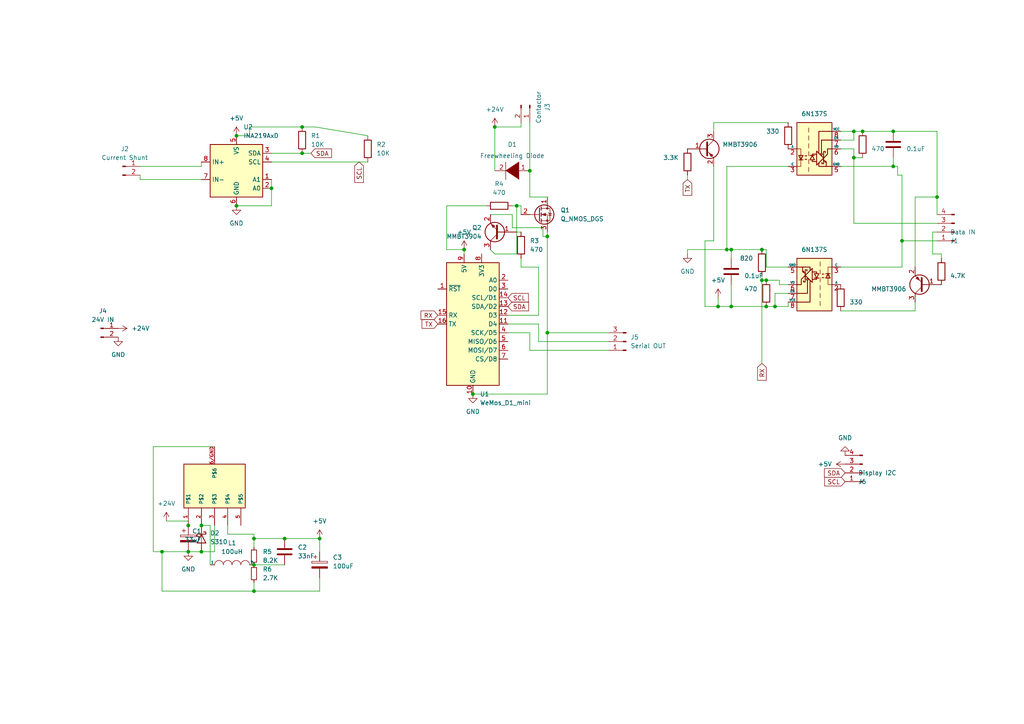
<source format=kicad_sch>
(kicad_sch (version 20211123) (generator eeschema)
  (paper "A4")
  (lib_symbols
    (symbol "Analog_ADC:INA219AxD"
      (property "Reference" "U" (at -6.35 8.89 0))
      (property "Value" "INA219AxD" (at 5.08 8.89 0))
      (symbol "INA219AxD_0_1"
        (rectangle (start -7.62 7.62) (end 7.62 -7.62) (stroke (width 0.254)) (fill (type background)))
      )
      (symbol "INA219AxD_1_1"
        (pin input line (at 10.16 -2.54 180) (length 2.54) (name "A1") (number "1"))
        (pin input line (at 10.16 -5.08 180) (length 2.54) (name "A0") (number "2"))
        (pin bidirectional line (at 10.16 5.08 180) (length 2.54) (name "SDA") (number "3"))
        (pin input line (at 10.16 2.54 180) (length 2.54) (name "SCL") (number "4"))
        (pin power_in line (at 0 10.16 270) (length 2.54) (name "VS") (number "5"))
        (pin power_in line (at 0 -10.16 90) (length 2.54) (name "GND") (number "6"))
        (pin input line (at -10.16 -2.54 0) (length 2.54) (name "IN-") (number "7"))
        (pin input line (at -10.16 2.54 0) (length 2.54) (name "IN+") (number "8"))
      )
    )
    (symbol "Connector:Conn_01x02_Male" (pin_names (offset 1.016) hide)
      (property "Reference" "J" (at 0 2.54 0))
      (property "Value" "Conn_01x02_Male" (at 0 -5.08 0))
      (symbol "Conn_01x02_Male_1_1"
        (polyline (pts (xy 1.27 -2.54) (xy 0.8636 -2.54)) (stroke (width 0.1524)))
        (polyline (pts (xy 1.27 0) (xy 0.8636 0)) (stroke (width 0.1524)))
        (rectangle (start 0.8636 -2.413) (end 0 -2.667) (stroke (width 0.1524)) (fill (type outline)))
        (rectangle (start 0.8636 0.127) (end 0 -0.127) (stroke (width 0.1524)) (fill (type outline)))
        (pin passive line (at 5.08 0 180) (length 3.81) (name "Pin_1") (number "1"))
        (pin passive line (at 5.08 -2.54 180) (length 3.81) (name "Pin_2") (number "2"))
      )
    )
    (symbol "Connector:Conn_01x03_Male" (pin_names (offset 1.016) hide)
      (property "Reference" "J" (at 0 5.08 0))
      (property "Value" "Conn_01x03_Male" (at 0 -5.08 0))
      (symbol "Conn_01x03_Male_1_1"
        (polyline (pts (xy 1.27 -2.54) (xy 0.8636 -2.54)) (stroke (width 0.1524)))
        (polyline (pts (xy 1.27 0) (xy 0.8636 0)) (stroke (width 0.1524)))
        (polyline (pts (xy 1.27 2.54) (xy 0.8636 2.54)) (stroke (width 0.1524)))
        (rectangle (start 0.8636 -2.413) (end 0 -2.667) (stroke (width 0.1524)) (fill (type outline)))
        (rectangle (start 0.8636 0.127) (end 0 -0.127) (stroke (width 0.1524)) (fill (type outline)))
        (rectangle (start 0.8636 2.667) (end 0 2.413) (stroke (width 0.1524)) (fill (type outline)))
        (pin passive line (at 5.08 2.54 180) (length 3.81) (name "Pin_1") (number "1"))
        (pin passive line (at 5.08 0 180) (length 3.81) (name "Pin_2") (number "2"))
        (pin passive line (at 5.08 -2.54 180) (length 3.81) (name "Pin_3") (number "3"))
      )
    )
    (symbol "Connector:Conn_01x04_Male" (pin_names (offset 1.016) hide)
      (property "Reference" "J4" (at 1.27 2.5401 0))
      (property "Value" "Data IN" (at 1.27 0.0001 0))
      (symbol "Conn_01x04_Male_1_1"
        (polyline (pts (xy 1.27 -5.08) (xy 0.8636 -5.08)) (stroke (width 0.1524)))
        (polyline (pts (xy 1.27 -2.54) (xy 0.8636 -2.54)) (stroke (width 0.1524)))
        (polyline (pts (xy 1.27 0) (xy 0.8636 0)) (stroke (width 0.1524)))
        (polyline (pts (xy 1.27 2.54) (xy 0.8636 2.54)) (stroke (width 0.1524)))
        (rectangle (start 0.8636 -4.953) (end 0 -5.207) (stroke (width 0.1524)) (fill (type outline)))
        (rectangle (start 0.8636 -2.413) (end 0 -2.667) (stroke (width 0.1524)) (fill (type outline)))
        (rectangle (start 0.8636 0.127) (end 0 -0.127) (stroke (width 0.1524)) (fill (type outline)))
        (rectangle (start 0.8636 2.667) (end 0 2.413) (stroke (width 0.1524)) (fill (type outline)))
        (pin passive line (at 5.08 2.54 180) (length 3.81) (name "VCC") (number "1"))
        (pin passive line (at 5.08 0 180) (length 3.81) (name "Pin_2") (number "2"))
        (pin passive line (at 5.08 -2.54 180) (length 3.81) (name "Pin_3") (number "3"))
        (pin passive line (at 5.08 -5.08 180) (length 3.81) (name "GND") (number "4"))
      )
    )
    (symbol "Device:C" (pin_numbers hide) (pin_names (offset 0.254))
      (property "Reference" "C" (at 0.635 2.54 0))
      (property "Value" "C" (at 0.635 -2.54 0))
      (symbol "C_0_1"
        (polyline (pts (xy -2.032 -0.762) (xy 2.032 -0.762)) (stroke (width 0.508)))
        (polyline (pts (xy -2.032 0.762) (xy 2.032 0.762)) (stroke (width 0.508)))
      )
      (symbol "C_1_1"
        (pin passive line (at 0 3.81 270) (length 2.794) (name "~") (number "1"))
        (pin passive line (at 0 -3.81 90) (length 2.794) (name "~") (number "2"))
      )
    )
    (symbol "Device:C_Polarized" (pin_numbers hide) (pin_names (offset 0.254))
      (property "Reference" "C" (at 0.635 2.54 0))
      (property "Value" "C_Polarized" (at 0.635 -2.54 0))
      (symbol "C_Polarized_0_1"
        (rectangle (start -2.286 0.508) (end 2.286 1.016))
        (polyline (pts (xy -1.778 2.286) (xy -0.762 2.286)))
        (polyline (pts (xy -1.27 2.794) (xy -1.27 1.778)))
        (rectangle (start 2.286 -0.508) (end -2.286 -1.016) (fill (type outline)))
      )
      (symbol "C_Polarized_1_1"
        (pin passive line (at 0 3.81 270) (length 2.794) (name "~") (number "1"))
        (pin passive line (at 0 -3.81 90) (length 2.794) (name "~") (number "2"))
      )
    )
    (symbol "Device:D_Schottky" (pin_numbers hide) (pin_names (offset 1.016) hide)
      (property "Reference" "D" (at 0 2.54 0))
      (property "Value" "D_Schottky" (at 0 -2.54 0))
      (symbol "D_Schottky_0_1"
        (polyline (pts (xy 1.27 0) (xy -1.27 0)))
        (polyline (pts (xy 1.27 1.27) (xy 1.27 -1.27) (xy -1.27 0) (xy 1.27 1.27)) (stroke (width 0.254)))
        (polyline (pts (xy -1.905 0.635) (xy -1.905 1.27) (xy -1.27 1.27) (xy -1.27 -1.27) (xy -0.635 -1.27) (xy -0.635 -0.635)) (stroke (width 0.254)))
      )
      (symbol "D_Schottky_1_1"
        (pin passive line (at -3.81 0 0) (length 2.54) (name "K") (number "1"))
        (pin passive line (at 3.81 0 180) (length 2.54) (name "A") (number "2"))
      )
    )
    (symbol "Device:Q_NMOS_DGS" (pin_names (offset 0) hide)
      (property "Reference" "Q" (at 5.08 1.27 0))
      (property "Value" "Q_NMOS_DGS" (at 5.08 -1.27 0))
      (symbol "Q_NMOS_DGS_0_1"
        (polyline (pts (xy 0.254 0) (xy -2.54 0)))
        (polyline (pts (xy 0.254 1.905) (xy 0.254 -1.905)) (stroke (width 0.254)))
        (polyline (pts (xy 0.762 -1.27) (xy 0.762 -2.286)) (stroke (width 0.254)))
        (polyline (pts (xy 0.762 0.508) (xy 0.762 -0.508)) (stroke (width 0.254)))
        (polyline (pts (xy 0.762 2.286) (xy 0.762 1.27)) (stroke (width 0.254)))
        (polyline (pts (xy 2.54 2.54) (xy 2.54 1.778)))
        (polyline (pts (xy 2.54 -2.54) (xy 2.54 0) (xy 0.762 0)))
        (polyline (pts (xy 0.762 -1.778) (xy 3.302 -1.778) (xy 3.302 1.778) (xy 0.762 1.778)))
        (polyline (pts (xy 1.016 0) (xy 2.032 0.381) (xy 2.032 -0.381) (xy 1.016 0)) (fill (type outline)))
        (polyline (pts (xy 2.794 0.508) (xy 2.921 0.381) (xy 3.683 0.381) (xy 3.81 0.254)))
        (polyline (pts (xy 3.302 0.381) (xy 2.921 -0.254) (xy 3.683 -0.254) (xy 3.302 0.381)))
        (circle (center 1.651 0) (radius 2.794) (stroke (width 0.254)))
        (circle (center 2.54 -1.778) (radius 0.254) (fill (type outline)))
        (circle (center 2.54 1.778) (radius 0.254) (fill (type outline)))
      )
      (symbol "Q_NMOS_DGS_1_1"
        (pin passive line (at 2.54 5.08 270) (length 2.54) (name "D") (number "1"))
        (pin input line (at -5.08 0 0) (length 2.54) (name "G") (number "2"))
        (pin passive line (at 2.54 -5.08 90) (length 2.54) (name "S") (number "3"))
      )
    )
    (symbol "Device:R" (pin_numbers hide) (pin_names (offset 0))
      (property "Reference" "R" (at 2.032 0 90))
      (property "Value" "R" (at 0 0 90))
      (symbol "R_0_1"
        (rectangle (start -1.016 -2.54) (end 1.016 2.54) (stroke (width 0.254)))
      )
      (symbol "R_1_1"
        (pin passive line (at 0 3.81 270) (length 1.27) (name "~") (number "1"))
        (pin passive line (at 0 -3.81 90) (length 1.27) (name "~") (number "2"))
      )
    )
    (symbol "Device:R_Small" (pin_numbers hide) (pin_names (offset 0.254) hide)
      (property "Reference" "R" (at 0.762 0.508 0))
      (property "Value" "R_Small" (at 0.762 -1.016 0))
      (symbol "R_Small_0_1"
        (rectangle (start -0.762 1.778) (end 0.762 -1.778) (stroke (width 0.2032)))
      )
      (symbol "R_Small_1_1"
        (pin passive line (at 0 2.54 270) (length 0.762) (name "~") (number "1"))
        (pin passive line (at 0 -2.54 90) (length 0.762) (name "~") (number "2"))
      )
    )
    (symbol "Isolator:6N137" (pin_names (offset 0))
      (property "Reference" "U" (at -4.064 8.89 0))
      (property "Value" "6N137" (at 0 -8.89 0))
      (symbol "6N137_0_1"
        (polyline (pts (xy 2.667 -3.556) (xy 2.667 -1.651)) (stroke (width 0.254)))
        (polyline (pts (xy 2.667 -2.159) (xy 2.667 -2.921)) (stroke (width 0.254)))
        (polyline (pts (xy 3.429 -3.937) (xy 3.429 -5.08)) (stroke (width 0.254)))
        (polyline (pts (xy -0.635 -3.302) (xy -0.635 -3.683) (xy 0.635 -3.683)) (stroke (width 0.254)))
        (polyline (pts (xy -0.635 -1.905) (xy -0.635 -1.524) (xy 0.508 -1.524)) (stroke (width 0.254)))
        (polyline (pts (xy 1.27 -4.064) (xy 1.27 -5.08) (xy 5.08 -5.08)) (stroke (width 0.254)))
        (polyline (pts (xy 1.27 -1.27) (xy 1.27 5.08) (xy 5.08 5.08)) (stroke (width 0.254)))
        (polyline (pts (xy 2.032 -1.27) (xy 2.032 2.54) (xy 5.08 2.54)) (stroke (width 0.254)))
        (polyline (pts (xy -5.08 -5.08) (xy -3.937 -5.08) (xy -3.937 0) (xy -5.08 0)))
        (polyline (pts (xy 2.667 -3.302) (xy 2.667 -4.318) (xy 2.159 -4.318) (xy 2.159 -3.937)) (stroke (width 0.254)))
        (polyline (pts (xy 2.667 -2.667) (xy 0.635 -4.699) (xy 0.635 -0.635) (xy 2.667 -2.667)) (stroke (width 0.254)))
        (polyline (pts (xy 2.667 -1.778) (xy 2.667 -0.762) (xy 3.175 -0.762) (xy 3.175 -1.143)) (stroke (width 0.254)))
        (polyline (pts (xy 2.794 -2.54) (xy 3.81 -1.524) (xy 3.81 0) (xy 5.08 0)) (stroke (width 0.254)))
        (polyline (pts (xy 2.667 -3.175) (xy 3.429 -3.937) (xy 3.302 -3.556) (xy 3.048 -3.81) (xy 3.429 -3.937)) (stroke (width 0.254)))
        (circle (center 2.032 -1.524) (radius 0.254) (stroke (width 0.254)))
      )
      (symbol "6N137_1_1"
        (rectangle (start -5.08 7.62) (end 5.08 -7.62) (stroke (width 0.254)) (fill (type background)))
        (polyline (pts (xy -4.572 -3.175) (xy -3.302 -3.175)) (stroke (width 0.254)))
        (polyline (pts (xy -1.651 -5.334) (xy -1.651 -6.604)))
        (polyline (pts (xy -1.651 -3.048) (xy -1.651 -4.318)))
        (polyline (pts (xy -1.651 -0.762) (xy -1.651 -2.032)))
        (polyline (pts (xy -1.651 1.524) (xy -1.651 0.254)))
        (polyline (pts (xy -1.651 3.81) (xy -1.651 2.54)))
        (polyline (pts (xy -1.651 6.096) (xy -1.651 4.826)))
        (polyline (pts (xy -1.27 -1.905) (xy 0 -1.905)) (stroke (width 0.254)))
        (polyline (pts (xy -3.937 -3.175) (xy -4.572 -1.905) (xy -3.302 -1.905) (xy -3.937 -3.175)) (stroke (width 0.254)))
        (polyline (pts (xy -0.635 -1.905) (xy -1.27 -3.175) (xy 0 -3.175) (xy -0.635 -1.905)) (stroke (width 0.254)))
        (polyline (pts (xy -2.921 -3.048) (xy -2.159 -3.048) (xy -2.54 -3.175) (xy -2.54 -2.921) (xy -2.159 -3.048)) (stroke (width 0.127)))
        (polyline (pts (xy -2.921 -2.032) (xy -2.159 -2.032) (xy -2.54 -2.159) (xy -2.54 -1.905) (xy -2.159 -2.032)) (stroke (width 0.127)))
        (pin no_connect line (at -5.08 5.08 0) (length 2.54) hide (name "NC") (number "1"))
        (pin passive line (at -7.62 0 0) (length 2.54) (name "A") (number "2"))
        (pin passive line (at -7.62 -5.08 0) (length 2.54) (name "C") (number "3"))
        (pin power_in line (at 7.62 -5.08 180) (length 2.54) (name "GND") (number "5"))
        (pin open_collector line (at 7.62 0 180) (length 2.54) (name "VO") (number "6"))
        (pin input line (at 7.62 2.54 180) (length 2.54) (name "EN") (number "7"))
        (pin power_in line (at 7.62 5.08 180) (length 2.54) (name "VCC") (number "8"))
      )
    )
    (symbol "MCU_Module:WeMos_D1_mini"
      (property "Reference" "U" (at 3.81 19.05 0))
      (property "Value" "WeMos_D1_mini" (at 1.27 -19.05 0))
      (symbol "WeMos_D1_mini_1_1"
        (rectangle (start -7.62 17.78) (end 7.62 -17.78) (stroke (width 0.254)) (fill (type background)))
        (pin input line (at -10.16 10.16 0) (length 2.54) (name "~{RST}") (number "1"))
        (pin power_in line (at 0 -20.32 90) (length 2.54) (name "GND") (number "10"))
        (pin bidirectional line (at 10.16 0 180) (length 2.54) (name "D4") (number "11"))
        (pin bidirectional line (at 10.16 2.54 180) (length 2.54) (name "D3") (number "12"))
        (pin bidirectional line (at 10.16 5.08 180) (length 2.54) (name "SDA/D2") (number "13"))
        (pin bidirectional line (at 10.16 7.62 180) (length 2.54) (name "SCL/D1") (number "14"))
        (pin input line (at -10.16 2.54 0) (length 2.54) (name "RX") (number "15"))
        (pin output line (at -10.16 0 0) (length 2.54) (name "TX") (number "16"))
        (pin input line (at 10.16 12.7 180) (length 2.54) (name "A0") (number "2"))
        (pin bidirectional line (at 10.16 10.16 180) (length 2.54) (name "D0") (number "3"))
        (pin bidirectional line (at 10.16 -2.54 180) (length 2.54) (name "SCK/D5") (number "4"))
        (pin bidirectional line (at 10.16 -5.08 180) (length 2.54) (name "MISO/D6") (number "5"))
        (pin bidirectional line (at 10.16 -7.62 180) (length 2.54) (name "MOSI/D7") (number "6"))
        (pin bidirectional line (at 10.16 -10.16 180) (length 2.54) (name "CS/D8") (number "7"))
        (pin power_out line (at 2.54 20.32 270) (length 2.54) (name "3V3") (number "8"))
        (pin power_in line (at -2.54 20.32 270) (length 2.54) (name "5V") (number "9"))
      )
    )
    (symbol "Transistor_BJT:MMBT3904" (pin_names (offset 0) hide)
      (property "Reference" "Q" (at 5.08 1.905 0))
      (property "Value" "MMBT3904" (at 5.08 0 0))
      (symbol "MMBT3904_0_1"
        (polyline (pts (xy 0.635 0.635) (xy 2.54 2.54)))
        (polyline (pts (xy 0.635 -0.635) (xy 2.54 -2.54) (xy 2.54 -2.54)))
        (polyline (pts (xy 0.635 1.905) (xy 0.635 -1.905) (xy 0.635 -1.905)) (stroke (width 0.508)))
        (polyline (pts (xy 1.27 -1.778) (xy 1.778 -1.27) (xy 2.286 -2.286) (xy 1.27 -1.778) (xy 1.27 -1.778)) (fill (type outline)))
        (circle (center 1.27 0) (radius 2.8194) (stroke (width 0.254)))
      )
      (symbol "MMBT3904_1_1"
        (pin input line (at -5.08 0 0) (length 5.715) (name "B") (number "1"))
        (pin passive line (at 2.54 -5.08 90) (length 2.54) (name "E") (number "2"))
        (pin passive line (at 2.54 5.08 270) (length 2.54) (name "C") (number "3"))
      )
    )
    (symbol "Transistor_BJT:MMBT3906" (pin_names (offset 0) hide)
      (property "Reference" "Q" (at 5.08 1.905 0))
      (property "Value" "MMBT3906" (at 5.08 0 0))
      (symbol "MMBT3906_0_1"
        (polyline (pts (xy 0.635 0.635) (xy 2.54 2.54)))
        (polyline (pts (xy 0.635 -0.635) (xy 2.54 -2.54) (xy 2.54 -2.54)))
        (polyline (pts (xy 0.635 1.905) (xy 0.635 -1.905) (xy 0.635 -1.905)) (stroke (width 0.508)))
        (polyline (pts (xy 2.286 -1.778) (xy 1.778 -2.286) (xy 1.27 -1.27) (xy 2.286 -1.778) (xy 2.286 -1.778)) (fill (type outline)))
        (circle (center 1.27 0) (radius 2.8194) (stroke (width 0.254)))
      )
      (symbol "MMBT3906_1_1"
        (pin input line (at -5.08 0 0) (length 5.715) (name "B") (number "1"))
        (pin passive line (at 2.54 -5.08 90) (length 2.54) (name "E") (number "2"))
        (pin passive line (at 2.54 5.08 270) (length 2.54) (name "C") (number "3"))
      )
    )
    (symbol "XL7015:XL7015" (pin_names (offset 1.016))
      (symbol "XL7015_0_0"
        (rectangle (start -8.89 -5.08) (end 8.89 7.62) (stroke (width 0.254)) (fill (type background)))
        (pin bidirectional line (at -7.62 -10.16 90) (length 5.08) (name "P$1") (number "1"))
        (pin bidirectional line (at -3.81 -10.16 90) (length 5.08) (name "P$2") (number "2"))
        (pin bidirectional line (at 0 -10.16 90) (length 5.08) (name "P$3") (number "3"))
        (pin bidirectional line (at 3.81 -10.16 90) (length 5.08) (name "P$4") (number "4"))
        (pin bidirectional line (at 7.62 -10.16 90) (length 5.08) (name "P$5") (number "5"))
        (pin bidirectional line (at 0 12.7 270) (length 5.08) (name "P$6") (number "6/GND"))
      )
    )
    (symbol "power:+24V" (power) (pin_names (offset 0))
      (property "Value" "+24V" (at 0 3.556 0))
      (symbol "+24V_0_1"
        (polyline (pts (xy -0.762 1.27) (xy 0 2.54)))
        (polyline (pts (xy 0 0) (xy 0 2.54)))
        (polyline (pts (xy 0 2.54) (xy 0.762 1.27)))
      )
      (symbol "+24V_1_1"
        (pin power_in line (at 0 0 90) (length 0) hide (name "+24V") (number "1"))
      )
    )
    (symbol "power:+5V" (power) (pin_names (offset 0))
      (property "Value" "+5V" (at 0 3.556 0))
      (symbol "+5V_0_1"
        (polyline (pts (xy -0.762 1.27) (xy 0 2.54)))
        (polyline (pts (xy 0 0) (xy 0 2.54)))
        (polyline (pts (xy 0 2.54) (xy 0.762 1.27)))
      )
      (symbol "+5V_1_1"
        (pin power_in line (at 0 0 90) (length 0) hide (name "+5V") (number "1"))
      )
    )
    (symbol "power:GND" (power) (pin_names (offset 0))
      (property "Value" "GND" (at 0 -3.81 0))
      (symbol "GND_0_1"
        (polyline (pts (xy 0 0) (xy 0 -1.27) (xy 1.27 -1.27) (xy 0 -2.54) (xy -1.27 -1.27) (xy 0 -1.27)))
      )
      (symbol "GND_1_1"
        (pin power_in line (at 0 0 270) (length 0) hide (name "GND") (number "1"))
      )
    )
    (symbol "pspice:DIODE" (pin_names (offset 1.016) hide)
      (property "Reference" "D" (at 0 3.81 0))
      (property "Value" "DIODE" (at 0 -4.445 0))
      (symbol "DIODE_0_1"
        (polyline (pts (xy 1.905 2.54) (xy 1.905 -2.54)))
        (polyline (pts (xy -1.905 2.54) (xy -1.905 -2.54) (xy 1.905 0)) (fill (type outline)))
      )
      (symbol "DIODE_1_1"
        (pin input line (at -5.08 0 0) (length 3.81) (name "K") (number "1"))
        (pin input line (at 5.08 0 180) (length 3.81) (name "A") (number "2"))
      )
    )
    (symbol "pspice:INDUCTOR" (pin_numbers hide) (pin_names (offset 0))
      (property "Reference" "L" (at 0 2.54 0))
      (property "Value" "INDUCTOR" (at 0 -1.27 0))
      (symbol "INDUCTOR_0_1"
        (arc (start -2.54 0) (mid -3.81 1.27) (end -5.08 0))
        (arc (start 0 0) (mid -1.27 1.27) (end -2.54 0))
        (arc (start 2.54 0) (mid 1.27 1.27) (end 0 0))
        (arc (start 5.08 0) (mid 3.81 1.27) (end 2.54 0))
      )
      (symbol "INDUCTOR_1_1"
        (pin input line (at -6.35 0 0) (length 1.27) (name "1") (number "1"))
        (pin input line (at 6.35 0 180) (length 1.27) (name "2") (number "2"))
      )
    )
  )
  (junction (at 54.61 160.02))
  (junction (at 224.79 88.9))
  (junction (at 271.78 57.15))
  (junction (at 137.16 114.3))
  (junction (at 220.98 72.39))
  (junction (at 54.61 152.4))
  (junction (at 92.71 156.21))
  (junction (at 87.63 44.45))
  (junction (at 259.08 48.26))
  (junction (at 210.82 72.39))
  (junction (at 149.86 59.69))
  (junction (at 158.75 68.58))
  (junction (at 250.19 38.1))
  (junction (at 212.09 72.39))
  (junction (at 261.62 69.85))
  (junction (at 73.66 163.83))
  (junction (at 73.66 156.21))
  (junction (at 247.65 45.72))
  (junction (at 46.99 160.02))
  (junction (at 87.63 36.83))
  (junction (at 78.74 54.61))
  (junction (at 68.58 59.69))
  (junction (at 208.28 88.9))
  (junction (at 58.42 152.4))
  (junction (at 222.25 81.28))
  (junction (at 143.51 36.83))
  (junction (at 220.98 81.28))
  (junction (at 82.55 156.21))
  (junction (at 259.08 38.1))
  (junction (at 222.25 88.9))
  (junction (at 153.67 49.53))
  (junction (at 158.75 96.52))
  (junction (at 212.09 88.9))
  (junction (at 247.65 38.1))
  (junction (at 68.58 39.37))
  (junction (at 73.66 171.45))
  (junction (at 58.42 160.02))
  (junction (at 134.62 72.39))
  (wire (pts (xy 54.61 160.02) (xy 58.42 160.02)))
  (wire (pts (xy 58.42 52.07) (xy 40.64 52.07)))
  (wire (pts (xy 48.26 151.13) (xy 54.61 151.13)))
  (wire (pts (xy 91.44 36.83) (xy 106.68 39.37)))
  (wire (pts (xy 265.43 57.15) (xy 271.78 57.15)))
  (wire (pts (xy 73.66 156.21) (xy 82.55 156.21)))
  (wire (pts (xy 220.98 105.41) (xy 220.98 81.28)))
  (wire (pts (xy 259.08 45.72) (xy 259.08 48.26)))
  (wire (pts (xy 72.39 39.37) (xy 68.58 39.37)))
  (wire (pts (xy 270.51 67.31) (xy 271.78 67.31)))
  (wire (pts (xy 153.67 101.6) (xy 153.67 96.52)))
  (wire (pts (xy 78.74 52.07) (xy 78.74 54.61)))
  (wire (pts (xy 149.86 59.69) (xy 151.13 59.69)))
  (wire (pts (xy 204.47 88.9) (xy 208.28 88.9)))
  (wire (pts (xy 228.6 48.26) (xy 210.82 48.26)))
  (wire (pts (xy 92.71 171.45) (xy 73.66 171.45)))
  (wire (pts (xy 271.78 69.85) (xy 261.62 69.85)))
  (wire (pts (xy 247.65 38.1) (xy 250.19 38.1)))
  (wire (pts (xy 199.39 50.8) (xy 199.39 52.07)))
  (wire (pts (xy 54.61 151.13) (xy 54.61 152.4)))
  (wire (pts (xy 176.53 101.6) (xy 153.67 101.6)))
  (wire (pts (xy 78.74 44.45) (xy 87.63 44.45)))
  (wire (pts (xy 158.75 68.58) (xy 158.75 96.52)))
  (wire (pts (xy 220.98 80.01) (xy 220.98 81.28)))
  (wire (pts (xy 212.09 72.39) (xy 220.98 72.39)))
  (wire (pts (xy 129.54 72.39) (xy 134.62 72.39)))
  (wire (pts (xy 78.74 54.61) (xy 78.74 59.69)))
  (wire (pts (xy 147.32 93.98) (xy 156.21 93.98)))
  (wire (pts (xy 153.67 49.53) (xy 153.67 57.15)))
  (wire (pts (xy 226.06 82.55) (xy 228.6 82.55)))
  (wire (pts (xy 261.62 50.8) (xy 260.35 50.8)))
  (wire (pts (xy 199.39 72.39) (xy 210.82 72.39)))
  (wire (pts (xy 208.28 86.36) (xy 208.28 88.9)))
  (wire (pts (xy 149.86 59.69) (xy 149.86 73.66)))
  (wire (pts (xy 148.59 62.23) (xy 148.59 66.04)))
  (wire (pts (xy 92.71 156.21) (xy 82.55 156.21)))
  (wire (pts (xy 243.84 43.18) (xy 247.65 43.18)))
  (wire (pts (xy 265.43 77.47) (xy 265.43 57.15)))
  (wire (pts (xy 228.6 77.47) (xy 222.25 77.47)))
  (wire (pts (xy 153.67 35.56) (xy 153.67 49.53)))
  (wire (pts (xy 199.39 72.39) (xy 199.39 73.66)))
  (wire (pts (xy 143.51 49.53) (xy 143.51 36.83)))
  (wire (pts (xy 207.01 35.56) (xy 207.01 38.1)))
  (wire (pts (xy 92.71 160.02) (xy 92.71 156.21)))
  (wire (pts (xy 72.39 36.83) (xy 87.63 36.83)))
  (wire (pts (xy 151.13 77.47) (xy 156.21 77.47)))
  (wire (pts (xy 212.09 72.39) (xy 212.09 74.93)))
  (wire (pts (xy 224.79 88.9) (xy 228.6 88.9)))
  (wire (pts (xy 68.58 59.69) (xy 78.74 59.69)))
  (wire (pts (xy 224.79 85.09) (xy 224.79 88.9)))
  (wire (pts (xy 58.42 48.26) (xy 58.42 46.99)))
  (wire (pts (xy 243.84 48.26) (xy 259.08 48.26)))
  (wire (pts (xy 60.96 152.4) (xy 60.96 163.83)))
  (wire (pts (xy 158.75 67.31) (xy 158.75 68.58)))
  (wire (pts (xy 270.51 73.66) (xy 270.51 67.31)))
  (wire (pts (xy 149.86 67.31) (xy 151.13 67.31)))
  (wire (pts (xy 243.84 77.47) (xy 261.62 77.47)))
  (wire (pts (xy 73.66 168.91) (xy 73.66 171.45)))
  (wire (pts (xy 265.43 90.17) (xy 265.43 87.63)))
  (wire (pts (xy 58.42 160.02) (xy 62.23 160.02)))
  (wire (pts (xy 66.04 154.94) (xy 73.66 154.94)))
  (wire (pts (xy 129.54 59.69) (xy 129.54 72.39)))
  (wire (pts (xy 247.65 64.77) (xy 247.65 45.72)))
  (wire (pts (xy 207.01 48.26) (xy 207.01 69.85)))
  (wire (pts (xy 92.71 167.64) (xy 92.71 171.45)))
  (wire (pts (xy 40.64 48.26) (xy 58.42 48.26)))
  (wire (pts (xy 156.21 77.47) (xy 156.21 91.44)))
  (wire (pts (xy 273.05 73.66) (xy 270.51 73.66)))
  (wire (pts (xy 210.82 48.26) (xy 210.82 72.39)))
  (wire (pts (xy 156.21 91.44) (xy 147.32 91.44)))
  (wire (pts (xy 46.99 160.02) (xy 46.99 171.45)))
  (wire (pts (xy 73.66 154.94) (xy 73.66 156.21)))
  (wire (pts (xy 247.65 43.18) (xy 247.65 45.72)))
  (wire (pts (xy 78.74 46.99) (xy 106.68 46.99)))
  (wire (pts (xy 151.13 59.69) (xy 151.13 62.23)))
  (wire (pts (xy 250.19 38.1) (xy 259.08 38.1)))
  (wire (pts (xy 260.35 48.26) (xy 260.35 50.8)))
  (wire (pts (xy 247.65 45.72) (xy 250.19 45.72)))
  (wire (pts (xy 156.21 99.06) (xy 156.21 93.98)))
  (wire (pts (xy 62.23 152.4) (xy 62.23 160.02)))
  (wire (pts (xy 73.66 156.21) (xy 73.66 158.75)))
  (wire (pts (xy 143.51 36.83) (xy 151.13 36.83)))
  (wire (pts (xy 140.97 59.69) (xy 129.54 59.69)))
  (wire (pts (xy 261.62 69.85) (xy 261.62 77.47)))
  (wire (pts (xy 228.6 35.56) (xy 207.01 35.56)))
  (wire (pts (xy 228.6 85.09) (xy 224.79 85.09)))
  (wire (pts (xy 46.99 171.45) (xy 73.66 171.45)))
  (wire (pts (xy 87.63 36.83) (xy 91.44 36.83)))
  (wire (pts (xy 151.13 74.93) (xy 151.13 77.47)))
  (wire (pts (xy 271.78 57.15) (xy 271.78 38.1)))
  (wire (pts (xy 204.47 69.85) (xy 204.47 88.9)))
  (wire (pts (xy 143.51 73.66) (xy 149.86 73.66)))
  (wire (pts (xy 243.84 90.17) (xy 265.43 90.17)))
  (wire (pts (xy 212.09 82.55) (xy 212.09 88.9)))
  (wire (pts (xy 271.78 62.23) (xy 271.78 57.15)))
  (wire (pts (xy 44.45 160.02) (xy 46.99 160.02)))
  (wire (pts (xy 73.66 163.83) (xy 82.55 163.83)))
  (wire (pts (xy 148.59 66.04) (xy 157.48 66.04)))
  (wire (pts (xy 220.98 81.28) (xy 222.25 81.28)))
  (wire (pts (xy 259.08 38.1) (xy 271.78 38.1)))
  (wire (pts (xy 243.84 40.64) (xy 247.65 40.64)))
  (wire (pts (xy 157.48 68.58) (xy 158.75 68.58)))
  (wire (pts (xy 222.25 81.28) (xy 226.06 81.28)))
  (wire (pts (xy 134.62 72.39) (xy 134.62 73.66)))
  (wire (pts (xy 226.06 81.28) (xy 226.06 82.55)))
  (wire (pts (xy 153.67 57.15) (xy 158.75 57.15)))
  (wire (pts (xy 208.28 88.9) (xy 212.09 88.9)))
  (wire (pts (xy 247.65 38.1) (xy 247.65 40.64)))
  (wire (pts (xy 259.08 48.26) (xy 260.35 48.26)))
  (wire (pts (xy 148.59 59.69) (xy 149.86 59.69)))
  (wire (pts (xy 46.99 160.02) (xy 54.61 160.02)))
  (wire (pts (xy 158.75 96.52) (xy 176.53 96.52)))
  (wire (pts (xy 273.05 74.93) (xy 273.05 73.66)))
  (wire (pts (xy 176.53 99.06) (xy 156.21 99.06)))
  (wire (pts (xy 142.24 62.23) (xy 148.59 62.23)))
  (wire (pts (xy 207.01 69.85) (xy 204.47 69.85)))
  (wire (pts (xy 261.62 50.8) (xy 261.62 69.85)))
  (wire (pts (xy 87.63 44.45) (xy 90.17 44.45)))
  (wire (pts (xy 153.67 96.52) (xy 147.32 96.52)))
  (wire (pts (xy 142.24 72.39) (xy 143.51 73.66)))
  (wire (pts (xy 157.48 66.04) (xy 157.48 68.58)))
  (wire (pts (xy 271.78 64.77) (xy 247.65 64.77)))
  (wire (pts (xy 151.13 36.83) (xy 151.13 35.56)))
  (wire (pts (xy 72.39 36.83) (xy 72.39 39.37)))
  (wire (pts (xy 212.09 88.9) (xy 222.25 88.9)))
  (wire (pts (xy 158.75 96.52) (xy 158.75 114.3)))
  (wire (pts (xy 220.98 72.39) (xy 222.25 72.39)))
  (wire (pts (xy 222.25 88.9) (xy 224.79 88.9)))
  (wire (pts (xy 222.25 77.47) (xy 222.25 72.39)))
  (wire (pts (xy 40.64 52.07) (xy 40.64 50.8)))
  (wire (pts (xy 243.84 38.1) (xy 247.65 38.1)))
  (wire (pts (xy 58.42 152.4) (xy 60.96 152.4)))
  (wire (pts (xy 62.23 129.54) (xy 44.45 129.54)))
  (wire (pts (xy 158.75 114.3) (xy 137.16 114.3)))
  (wire (pts (xy 44.45 129.54) (xy 44.45 160.02)))
  (wire (pts (xy 210.82 72.39) (xy 212.09 72.39)))
  (wire (pts (xy 66.04 152.4) (xy 66.04 154.94)))
  (wire (pts (xy 228.6 88.9) (xy 228.6 87.63)))
  (global_label "TX" (shape input) (at 199.39 52.07 270) (property "Intersheet References" "${INTERSHEET_REFS}" (effects hide)))
  (global_label "SDA" (shape input) (at 90.17 44.45 0) (property "Intersheet References" "${INTERSHEET_REFS}" (effects hide)))
  (global_label "RX" (shape input) (at 220.98 105.41 270) (property "Intersheet References" "${INTERSHEET_REFS}" (effects hide)))
  (global_label "SCL" (shape input) (at 104.14 46.99 270) (property "Intersheet References" "${INTERSHEET_REFS}" (effects hide)))
  (global_label "TX" (shape input) (at 127 93.98 180) (property "Intersheet References" "${INTERSHEET_REFS}" (effects hide)))
  (global_label "SCL" (shape input) (at 245.11 139.7 180) (property "Intersheet References" "${INTERSHEET_REFS}" (effects hide)))
  (global_label "SDA" (shape input) (at 245.11 137.16 180) (property "Intersheet References" "${INTERSHEET_REFS}" (effects hide)))
  (global_label "SDA" (shape input) (at 147.32 88.9 0) (property "Intersheet References" "${INTERSHEET_REFS}" (effects hide)))
  (global_label "RX" (shape input) (at 127 91.44 180) (property "Intersheet References" "${INTERSHEET_REFS}" (effects hide)))
  (global_label "SCL" (shape input) (at 147.32 86.36 0) (property "Intersheet References" "${INTERSHEET_REFS}" (effects hide)))
  (symbol (lib_id "Connector:Conn_01x02_Male") (at 153.67 30.48 270) (unit 1)
    (property "Reference" "J3" (at 158.75 31.115 0))
    (property "Value" "Contactor" (at 156.21 31.115 0))
  )
  (symbol (lib_id "Device:R") (at 144.78 59.69 90) (unit 1)
    (property "Reference" "R4" (at 144.78 53.34 90))
    (property "Value" "470" (at 144.78 55.88 90))
    (property "Footprint" "Resistor_SMD:R_0603_1608Metric_Pad0.98x0.95mm_HandSolder" (effects hide))
  )
  (symbol (lib_id "Transistor_BJT:MMBT3904") (at 144.78 67.31 180) (unit 1)
    (property "Reference" "Q2" (at 139.7 66.0399 0) (effects (justify left)))
    (property "Value" "MMBT3904" (at 139.7 68.5799 0) (effects (justify left)))
    (property "Footprint" "Package_TO_SOT_SMD:SOT-23" (effects hide))
    (property "Datasheet" "https://www.onsemi.com/pub/Collateral/2N3903-D.PDF" (effects hide))
  )
  (symbol (lib_id "Device:R") (at 243.84 86.36 0) (unit 1)
    (property "Reference" "R10" (effects hide))
    (property "Value" "330" (at 246.38 87.6299 0) (effects (justify left)))
    (property "Footprint" "Resistor_SMD:R_0201_0603Metric_Pad0.64x0.40mm_HandSolder" (effects hide))
  )
  (symbol (lib_id "power:+5V") (at 208.28 86.36 0) (unit 1)
    (property "Reference" "#PWR?" (effects hide))
    (property "Value" "+5V" (at 208.28 81.28 0))
  )
  (symbol (lib_id "Connector:Conn_01x03_Male") (at 181.61 99.06 180) (unit 1)
    (property "Reference" "J5" (at 182.88 97.7899 0) (effects (justify right)))
    (property "Value" "Serial OUT" (at 182.88 100.3299 0) (effects (justify right)))
  )
  (symbol (lib_id "Device:R") (at 199.39 46.99 180) (unit 1)
    (property "Reference" "R7" (effects hide))
    (property "Value" "3.3K" (at 196.85 45.7201 0) (effects (justify left)))
    (property "Footprint" "Resistor_SMD:R_0201_0603Metric_Pad0.64x0.40mm_HandSolder" (effects hide))
  )
  (symbol (lib_id "power:+5V") (at 134.62 72.39 0) (unit 1)
    (property "Reference" "#PWR?" (effects hide))
    (property "Value" "+5V" (at 134.62 67.31 0))
  )
  (symbol (lib_id "Device:R") (at 87.63 40.64 0) (unit 1)
    (property "Reference" "R1" (at 90.17 39.3699 0) (effects (justify left)))
    (property "Value" "10K" (at 90.17 41.9099 0) (effects (justify left)))
    (property "Footprint" "Resistor_SMD:R_0603_1608Metric_Pad0.98x0.95mm_HandSolder" (effects hide))
  )
  (symbol (lib_id "MCU_Module:WeMos_D1_mini") (at 137.16 93.98 0) (unit 1)
    (property "Reference" "U1" (at 139.1794 114.3 0) (effects (justify left)))
    (property "Value" "WeMos_D1_mini" (at 139.1794 116.84 0) (effects (justify left)))
    (property "Footprint" "Module:WEMOS_D1_mini_light" (effects hide))
    (property "Datasheet" "https://wiki.wemos.cc/products:d1:d1_mini#documentation" (effects hide))
  )
  (symbol (lib_id "power:GND") (at 68.58 59.69 0) (unit 1)
    (property "Reference" "#PWR?" (effects hide))
    (property "Value" "GND" (at 68.58 64.77 0))
  )
  (symbol (lib_id "Device:R") (at 273.05 78.74 0) (unit 1)
    (property "Reference" "R11" (effects hide))
    (property "Value" "4.7K" (at 275.59 80.0099 0) (effects (justify left)))
    (property "Footprint" "Resistor_SMD:R_0201_0603Metric_Pad0.64x0.40mm_HandSolder" (effects hide))
  )
  (symbol (lib_id "Connector:Conn_01x04_Male") (at 250.19 137.16 180) (unit 1)
    (property "Reference" "J6" (at 248.92 139.7001 0) (effects (justify right)))
    (property "Value" "Display I2C" (at 248.92 137.1601 0) (effects (justify right)))
  )
  (symbol (lib_id "Analog_ADC:INA219AxD") (at 68.58 49.53 0) (unit 1)
    (property "Reference" "U2" (at 70.5994 36.83 0) (effects (justify left)))
    (property "Value" "INA219AxD" (at 70.5994 39.37 0) (effects (justify left)))
    (property "Footprint" "Package_SO:SOIC-8_3.9x4.9mm_P1.27mm" (effects hide))
    (property "Datasheet" "http://www.ti.com/lit/ds/symlink/ina219.pdf" (effects hide))
  )
  (symbol (lib_id "power:+24V") (at 48.26 151.13 0) (unit 1)
    (property "Reference" "#PWR?" (effects hide))
    (property "Value" "+24V" (at 48.26 146.05 0))
  )
  (symbol (lib_id "Connector:Conn_01x02_Male") (at 29.21 95.25 0) (unit 1)
    (property "Reference" "J4" (at 29.845 90.17 0))
    (property "Value" "24V IN" (at 29.845 92.71 0))
  )
  (symbol (lib_id "Device:C") (at 82.55 160.02 180) (unit 1)
    (property "Reference" "C2" (at 86.36 158.7499 0) (effects (justify right)))
    (property "Value" "33nF" (at 86.36 161.2899 0) (effects (justify right)))
    (property "Footprint" "Capacitor_SMD:C_0603_1608Metric_Pad1.08x0.95mm_HandSolder" (effects hide))
  )
  (symbol (lib_id "Connector:Conn_01x04_Male") (at 276.86 67.31 180) (unit 1)
    (property "Reference" "J1" (at 275.59 69.8501 0) (effects (justify right)))
    (property "Value" "Data IN" (at 275.59 67.3101 0) (effects (justify right)))
  )
  (symbol (lib_id "power:GND") (at 54.61 160.02 0) (unit 1)
    (property "Reference" "#PWR?" (effects hide))
    (property "Value" "GND" (at 54.61 165.1 0))
  )
  (symbol (lib_id "Isolator:6N137") (at 236.22 82.55 180) (unit 1)
    (property "Reference" "U?" (effects hide))
    (property "Value" "6N137S" (at 236.22 72.39 0))
    (property "Footprint" "Package_DIP:DIP-8_W7.62mm" (effects hide))
    (property "Datasheet" "https://docs.broadcom.com/docs/AV02-0940EN" (effects hide))
  )
  (symbol (lib_id "Connector:Conn_01x02_Male") (at 35.56 48.26 0) (unit 1)
    (property "Reference" "J2" (at 36.195 43.18 0))
    (property "Value" "Current Shunt" (at 36.195 45.72 0))
  )
  (symbol (lib_id "XL7015:XL7015") (at 62.23 142.24 0) (unit 1)
    (property "Reference" "U3" (effects hide))
    (property "Value" "XL7015" (effects hide))
    (property "Footprint" "TO-252-5L" (effects hide))
  )
  (symbol (lib_id "power:GND") (at 137.16 114.3 0) (unit 1)
    (property "Reference" "#PWR?" (effects hide))
    (property "Value" "GND" (at 137.16 119.38 0))
  )
  (symbol (lib_id "power:+5V") (at 68.58 39.37 0) (unit 1)
    (property "Reference" "#PWR?" (effects hide))
    (property "Value" "+5V" (at 68.58 34.29 0))
  )
  (symbol (lib_id "power:+5V") (at 92.71 156.21 0) (unit 1)
    (property "Reference" "#PWR?" (effects hide))
    (property "Value" "+5V" (at 92.71 151.13 0))
  )
  (symbol (lib_id "Device:R") (at 151.13 71.12 0) (unit 1)
    (property "Reference" "R3" (at 153.67 69.8499 0) (effects (justify left)))
    (property "Value" "470" (at 153.67 72.3899 0) (effects (justify left)))
    (property "Footprint" "Resistor_SMD:R_0603_1608Metric_Pad0.98x0.95mm_HandSolder" (effects hide))
  )
  (symbol (lib_id "Device:R_Small") (at 73.66 166.37 0) (unit 1)
    (property "Reference" "R6" (at 76.2 165.0999 0) (effects (justify left)))
    (property "Value" "2.7K" (at 76.2 167.6399 0) (effects (justify left)))
    (property "Footprint" "Resistor_SMD:R_0603_1608Metric_Pad0.98x0.95mm_HandSolder" (effects hide))
  )
  (symbol (lib_id "Device:C") (at 212.09 78.74 0) (unit 1)
    (property "Reference" "C4" (effects hide))
    (property "Value" "0.1uF" (at 215.9 80.0099 0) (effects (justify left)))
    (property "Footprint" "Capacitor_SMD:C_0201_0603Metric_Pad0.64x0.40mm_HandSolder" (effects hide))
  )
  (symbol (lib_id "power:GND") (at 245.11 132.08 180) (unit 1)
    (property "Reference" "#PWR?" (effects hide))
    (property "Value" "GND" (at 245.11 127 0))
  )
  (symbol (lib_id "Device:D_Schottky") (at 58.42 156.21 270) (unit 1)
    (property "Reference" "D2" (at 60.96 154.6224 90) (effects (justify left)))
    (property "Value" "S310" (at 60.96 157.1624 90) (effects (justify left)))
    (property "Footprint" "Diode_SMD:D_0201_0603Metric_Pad0.64x0.40mm_HandSolder" (effects hide))
  )
  (symbol (lib_id "Device:R_Small") (at 73.66 161.29 0) (unit 1)
    (property "Reference" "R5" (at 76.2 160.0199 0) (effects (justify left)))
    (property "Value" "8.2K" (at 76.2 162.5599 0) (effects (justify left)))
    (property "Footprint" "Resistor_SMD:R_0603_1608Metric_Pad0.98x0.95mm_HandSolder" (effects hide))
  )
  (symbol (lib_id "pspice:INDUCTOR") (at 67.31 163.83 0) (unit 1)
    (property "Reference" "L1" (at 67.31 157.48 0))
    (property "Value" "100uH" (at 67.31 160.02 0))
    (property "Footprint" "Inductor_SMD:L_6.3x6.3_H3" (effects hide))
  )
  (symbol (lib_id "Device:C_Polarized") (at 92.71 163.83 0) (unit 1)
    (property "Reference" "C3" (at 96.52 161.6709 0) (effects (justify left)))
    (property "Value" "100uF" (at 96.52 164.2109 0) (effects (justify left)))
    (property "Footprint" "Capacitor_SMD:CP_Elec_3x5.3" (effects hide))
  )
  (symbol (lib_id "power:+24V") (at 143.51 36.83 0) (unit 1)
    (property "Reference" "#PWR?" (effects hide))
    (property "Value" "+24V" (at 143.51 31.75 0))
  )
  (symbol (lib_id "Device:C") (at 259.08 41.91 0) (unit 1)
    (property "Reference" "C5" (effects hide))
    (property "Value" "0.1uF" (at 262.89 43.1799 0) (effects (justify left)))
    (property "Footprint" "Capacitor_SMD:C_0201_0603Metric_Pad0.64x0.40mm_HandSolder" (effects hide))
  )
  (symbol (lib_id "Device:R") (at 220.98 76.2 180) (unit 1)
    (property "Reference" "R9" (effects hide))
    (property "Value" "820" (at 218.44 74.9301 0) (effects (justify left)))
    (property "Footprint" "Resistor_SMD:R_0201_0603Metric_Pad0.64x0.40mm_HandSolder" (effects hide))
  )
  (symbol (lib_id "Transistor_BJT:MMBT3906") (at 267.97 82.55 180) (unit 1)
    (property "Reference" "Q4" (effects hide))
    (property "Value" "MMBT3906" (at 262.89 83.8199 0) (effects (justify left)))
    (property "Footprint" "Package_TO_SOT_SMD:SOT-23" (effects hide))
    (property "Datasheet" "https://www.onsemi.com/pub/Collateral/2N3906-D.PDF" (effects hide))
  )
  (symbol (lib_id "power:GND") (at 34.29 97.79 0) (unit 1)
    (property "Reference" "#PWR?" (effects hide))
    (property "Value" "GND" (at 34.29 102.87 0))
  )
  (symbol (lib_id "Device:R") (at 250.19 41.91 0) (unit 1)
    (property "Reference" "R12" (effects hide))
    (property "Value" "470" (at 252.73 43.1799 0) (effects (justify left)))
    (property "Footprint" "Resistor_SMD:R_0201_0603Metric_Pad0.64x0.40mm_HandSolder" (effects hide))
  )
  (symbol (lib_id "Isolator:6N137") (at 236.22 43.18 0) (unit 1)
    (property "Reference" "U?" (effects hide))
    (property "Value" "6N137S" (at 236.22 33.02 0))
    (property "Footprint" "Package_DIP:DIP-8_W7.62mm" (effects hide))
    (property "Datasheet" "https://docs.broadcom.com/docs/AV02-0940EN" (effects hide))
  )
  (symbol (lib_id "power:GND") (at 199.39 73.66 0) (unit 1)
    (property "Reference" "#PWR?" (effects hide))
    (property "Value" "GND" (at 199.39 78.74 0))
  )
  (symbol (lib_id "power:+24V") (at 34.29 95.25 270) (unit 1)
    (property "Reference" "#PWR?" (effects hide))
    (property "Value" "+24V" (at 38.1 95.2499 90) (effects (justify left)))
  )
  (symbol (lib_id "Device:C_Polarized") (at 54.61 156.21 0) (unit 1)
    (property "Reference" "C1" (at 58.42 154.0509 0) (effects (justify right)))
    (property "Value" "33uF" (at 58.42 156.5909 0) (effects (justify right)))
    (property "Footprint" "Capacitor_SMD:CP_Elec_3x5.3" (effects hide))
  )
  (symbol (lib_id "Device:R") (at 106.68 43.18 0) (unit 1)
    (property "Reference" "R2" (at 109.22 41.9099 0) (effects (justify left)))
    (property "Value" "10K" (at 109.22 44.4499 0) (effects (justify left)))
    (property "Footprint" "Resistor_SMD:R_0603_1608Metric_Pad0.98x0.95mm_HandSolder" (effects hide))
  )
  (symbol (lib_id "Device:R") (at 228.6 39.37 180) (unit 1)
    (property "Reference" "R13" (effects hide))
    (property "Value" "330" (at 226.06 38.1001 0) (effects (justify left)))
    (property "Footprint" "Resistor_SMD:R_0201_0603Metric_Pad0.64x0.40mm_HandSolder" (effects hide))
  )
  (symbol (lib_id "Device:R") (at 222.25 85.09 180) (unit 1)
    (property "Reference" "R8" (effects hide))
    (property "Value" "470" (at 219.71 83.8201 0) (effects (justify left)))
    (property "Footprint" "Resistor_SMD:R_0201_0603Metric_Pad0.64x0.40mm_HandSolder" (effects hide))
  )
  (symbol (lib_id "power:+5V") (at 245.11 134.62 90) (unit 1)
    (property "Reference" "#PWR?" (effects hide))
    (property "Value" "+5V" (at 241.3 134.6199 90) (effects (justify left)))
  )
  (symbol (lib_id "pspice:DIODE") (at 148.59 49.53 180) (unit 1)
    (property "Reference" "D1" (at 148.59 41.91 0))
    (property "Value" "Freewheeling Diode" (at 148.59 44.45 0) (effects (justify bottom)))
  )
  (symbol (lib_id "Transistor_BJT:MMBT3906") (at 204.47 43.18 0) (unit 1)
    (property "Reference" "Q3" (effects hide))
    (property "Value" "MMBT3906" (at 209.55 41.9101 0) (effects (justify left)))
    (property "Footprint" "Package_TO_SOT_SMD:SOT-23" (effects hide))
    (property "Datasheet" "https://www.onsemi.com/pub/Collateral/2N3906-D.PDF" (effects hide))
  )
  (symbol (lib_id "Device:Q_NMOS_DGS") (at 156.21 62.23 0) (unit 1)
    (property "Reference" "Q1" (at 162.56 60.9599 0) (effects (justify left)))
    (property "Value" "Q_NMOS_DGS" (at 162.56 63.4999 0) (effects (justify left)))
  )
)
</source>
